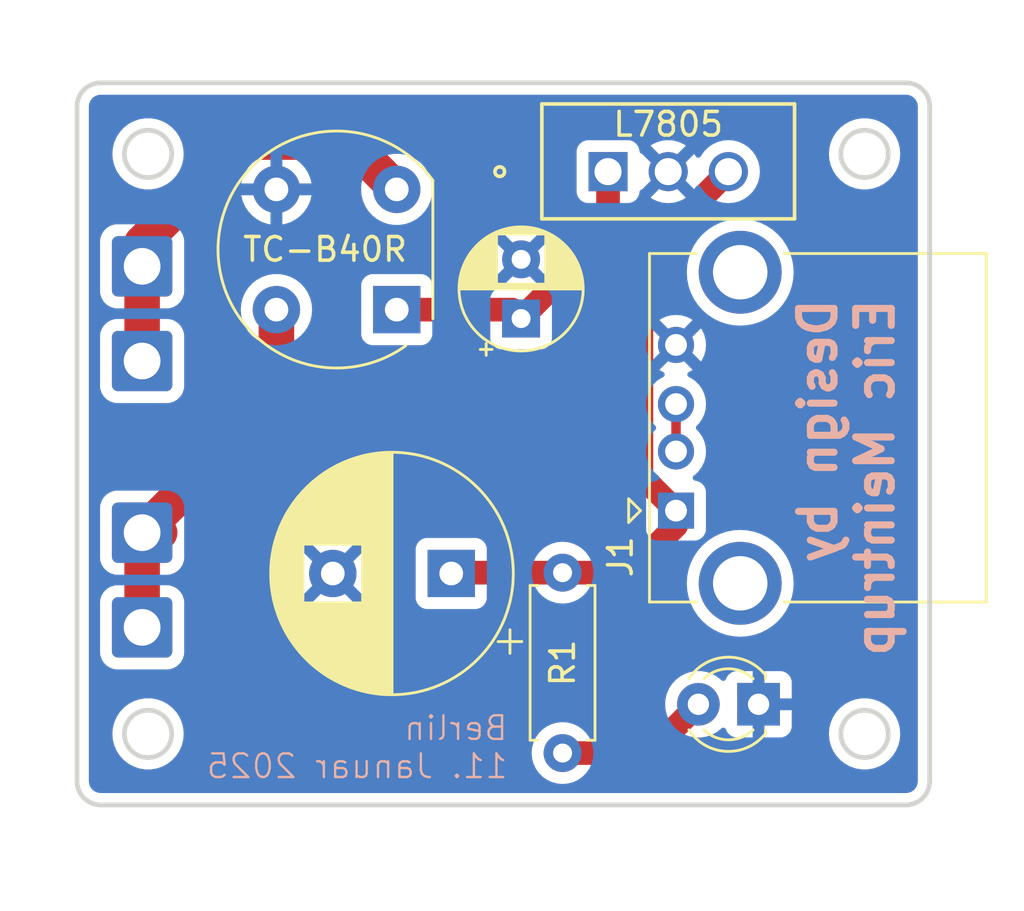
<source format=kicad_pcb>
(kicad_pcb (version 20240108) (generator "pcbnew") (generator_version "8.0")
  (layers (0 "F.Cu" signal) (31 "B.Cu" signal) (34 "B.Paste" user) (35 "F.Paste" user) (36 "B.SilkS" user "B.Silkscreen") (37 "F.SilkS" user "F.Silkscreen") (38 "B.Mask" user) (39 "F.Mask" user) (44 "Edge.Cuts" user))
  (net 0 "")
  (net 1 "GND")
  (net 2 "U_eff")
  (net 3 "5V")
  (net 5 "Net-(J1-D+)")
  (net 7 "U_dp")
  (net 8 "U_dm")
  (net 9 "Net-(D1-A)")
  (footprint "L7805CV:TO-220_STM" (layer "F.Cu") (at 148.92 86.5)
    (property "Reference" "L7805" (at 2.54 -2 0) (layer "F.SilkS"))
    (property "Value" "L7805CV" (hide yes))
    (fp_line (start -2.794 -2.8575) (end -2.794 1.9939) (stroke (width 0.1524)) (layer "F.SilkS"))
    (fp_line (start -2.794 1.9939) (end 7.874 1.9939) (stroke (width 0.1524)) (layer "F.SilkS"))
    (fp_line (start 7.874 -2.8575) (end -2.794 -2.8575) (stroke (width 0.1524)) (layer "F.SilkS"))
    (fp_line (start 7.874 1.9939) (end 7.874 -2.8575) (stroke (width 0.1524)) (layer "F.SilkS"))
    (fp_circle (center -4.572 0) (end -4.3688 0) (stroke (width 0.1524)) (fill none) (layer "F.SilkS"))
    (pad "1" thru_hole rect (at 0 0) (size 1.651 1.651) (drill 1.143) (layers "*.Cu" "*.Mask") (net 2 "U_eff"))
    (pad "2" thru_hole circle (at 2.54 0) (size 1.651 1.651) (drill 1.143) (layers "*.Cu" "*.Mask") (net 1 "GND"))
    (pad "3" thru_hole circle (at 5.08 0) (size 1.651 1.651) (drill 1.143) (layers "*.Cu" "*.Mask") (net 3 "5V"))
  )
  (footprint "Connector_Wire:SolderWire-0.75sqmm_1x01_D1.25mm_OD2.3mm" (layer "F.Cu") (at 129.25 105.75)
    (property "Reference" "H7" (hide yes))
    (property "Value" "MountingHole_Pad" (hide yes))
    (pad "1" thru_hole roundrect (at 0 0) (size 2.55 2.55) (drill 1.55) (layers "*.Cu" "*.Mask") (roundrect_rratio 0.098039) (net 7 "U_dp"))
  )
  (footprint "Capacitor_THT:CP_Radial_D10.0mm_P5.00mm" (layer "F.Cu") (at 142.3 103.475 180)
    (property "Reference" "Cout1" (hide yes))
    (property "Value" "1000uF" (hide yes))
    (fp_line (start 7.581 -0.599) (end 7.581 0.599) (stroke (width 0.12)) (layer "F.SilkS"))
    (fp_line (start 7.541 -0.862) (end 7.541 0.862) (stroke (width 0.12)) (layer "F.SilkS"))
    (fp_line (start 7.501 -1.062) (end 7.501 1.062) (stroke (width 0.12)) (layer "F.SilkS"))
    (fp_line (start 7.461 -1.23) (end 7.461 1.23) (stroke (width 0.12)) (layer "F.SilkS"))
    (fp_line (start 7.421 -1.378) (end 7.421 1.378) (stroke (width 0.12)) (layer "F.SilkS"))
    (fp_line (start 7.381 -1.51) (end 7.381 1.51) (stroke (width 0.12)) (layer "F.SilkS"))
    (fp_line (start 7.341 -1.63) (end 7.341 1.63) (stroke (width 0.12)) (layer "F.SilkS"))
    (fp_line (start 7.301 -1.742) (end 7.301 1.742) (stroke (width 0.12)) (layer "F.SilkS"))
    (fp_line (start 7.261 -1.846) (end 7.261 1.846) (stroke (width 0.12)) (layer "F.SilkS"))
    (fp_line (start 7.221 -1.944) (end 7.221 1.944) (stroke (width 0.12)) (layer "F.SilkS"))
    (fp_line (start 7.181 -2.037) (end 7.181 2.037) (stroke (width 0.12)) (layer "F.SilkS"))
    (fp_line (start 7.141 -2.125) (end 7.141 2.125) (stroke (width 0.12)) (layer "F.SilkS"))
    (fp_line (start 7.101 -2.209) (end 7.101 2.209) (stroke (width 0.12)) (layer "F.SilkS"))
    (fp_line (start 7.061 -2.289) (end 7.061 2.289) (stroke (width 0.12)) (layer "F.SilkS"))
    (fp_line (start 7.021 -2.365) (end 7.021 2.365) (stroke (width 0.12)) (layer "F.SilkS"))
    (fp_line (start 6.981 -2.439) (end 6.981 2.439) (stroke (width 0.12)) (layer "F.SilkS"))
    (fp_line (start 6.941 -2.51) (end 6.941 2.51) (stroke (width 0.12)) (layer "F.SilkS"))
    (fp_line (start 6.901 -2.579) (end 6.901 2.579) (stroke (width 0.12)) (layer "F.SilkS"))
    (fp_line (start 6.861 -2.645) (end 6.861 2.645) (stroke (width 0.12)) (layer "F.SilkS"))
    (fp_line (start 6.821 -2.709) (end 6.821 2.709) (stroke (width 0.12)) (layer "F.SilkS"))
    (fp_line (start 6.781 -2.77) (end 6.781 2.77) (stroke (width 0.12)) (layer "F.SilkS"))
    (fp_line (start 6.741 -2.83) (end 6.741 2.83) (stroke (width 0.12)) (layer "F.SilkS"))
    (fp_line (start 6.701 -2.889) (end 6.701 2.889) (stroke (width 0.12)) (layer "F.SilkS"))
    (fp_line (start 6.661 -2.945) (end 6.661 2.945) (stroke (width 0.12)) (layer "F.SilkS"))
    (fp_line (start 6.621 -3) (end 6.621 3) (stroke (width 0.12)) (layer "F.SilkS"))
    (fp_line (start 6.581 -3.054) (end 6.581 3.054) (stroke (width 0.12)) (layer "F.SilkS"))
    (fp_line (start 6.541 -3.106) (end 6.541 3.106) (stroke (width 0.12)) (layer "F.SilkS"))
    (fp_line (start 6.501 -3.156) (end 6.501 3.156) (stroke (width 0.12)) (layer "F.SilkS"))
    (fp_line (start 6.461 -3.206) (end 6.461 3.206) (stroke (width 0.12)) (layer "F.SilkS"))
    (fp_line (start 6.421 -3.254) (end 6.421 3.254) (stroke (width 0.12)) (layer "F.SilkS"))
    (fp_line (start 6.381 -3.301) (end 6.381 3.301) (stroke (width 0.12)) (layer "F.SilkS"))
    (fp_line (start 6.341 -3.347) (end 6.341 3.347) (stroke (width 0.12)) (layer "F.SilkS"))
    (fp_line (start 6.301 -3.392) (end 6.301 3.392) (stroke (width 0.12)) (layer "F.SilkS"))
    (fp_line (start 6.261 -3.436) (end 6.261 3.436) (stroke (width 0.12)) (layer "F.SilkS"))
    (fp_line (start 6.221 1.241) (end 6.221 3.478) (stroke (width 0.12)) (layer "F.SilkS"))
    (fp_line (start 6.221 -3.478) (end 6.221 -1.241) (stroke (width 0.12)) (layer "F.SilkS"))
    (fp_line (start 6.181 1.241) (end 6.181 3.52) (stroke (width 0.12)) (layer "F.SilkS"))
    (fp_line (start 6.181 -3.52) (end 6.181 -1.241) (stroke (width 0.12)) (layer "F.SilkS"))
    (fp_line (start 6.141 1.241) (end 6.141 3.561) (stroke (width 0.12)) (layer "F.SilkS"))
    (fp_line (start 6.141 -3.561) (end 6.141 -1.241) (stroke (width 0.12)) (layer "F.SilkS"))
    (fp_line (start 6.101 1.241) (end 6.101 3.601) (stroke (width 0.12)) (layer "F.SilkS"))
    (fp_line (start 6.101 -3.601) (end 6.101 -1.241) (stroke (width 0.12)) (layer "F.SilkS"))
    (fp_line (start 6.061 1.241) (end 6.061 3.64) (stroke (width 0.12)) (layer "F.SilkS"))
    (fp_line (start 6.061 -3.64) (end 6.061 -1.241) (stroke (width 0.12)) (layer "F.SilkS"))
    (fp_line (start 6.021 1.241) (end 6.021 3.679) (stroke (width 0.12)) (layer "F.SilkS"))
    (fp_line (start 6.021 -3.679) (end 6.021 -1.241) (stroke (width 0.12)) (layer "F.SilkS"))
    (fp_line (start 5.981 1.241) (end 5.981 3.716) (stroke (width 0.12)) (layer "F.SilkS"))
    (fp_line (start 5.981 -3.716) (end 5.981 -1.241) (stroke (width 0.12)) (layer "F.SilkS"))
    (fp_line (start 5.941 1.241) (end 5.941 3.753) (stroke (width 0.12)) (layer "F.SilkS"))
    (fp_line (start 5.941 -3.753) (end 5.941 -1.241) (stroke (width 0.12)) (layer "F.SilkS"))
    (fp_line (start 5.901 1.241) (end 5.901 3.789) (stroke (width 0.12)) (layer "F.SilkS"))
    (fp_line (start 5.901 -3.789) (end 5.901 -1.241) (stroke (width 0.12)) (layer "F.SilkS"))
    (fp_line (start 5.861 1.241) (end 5.861 3.824) (stroke (width 0.12)) (layer "F.SilkS"))
    (fp_line (start 5.861 -3.824) (end 5.861 -1.241) (stroke (width 0.12)) (layer "F.SilkS"))
    (fp_line (start 5.821 1.241) (end 5.821 3.858) (stroke (width 0.12)) (layer "F.SilkS"))
    (fp_line (start 5.821 -3.858) (end 5.821 -1.241) (stroke (width 0.12)) (layer "F.SilkS"))
    (fp_line (start 5.781 1.241) (end 5.781 3.892) (stroke (width 0.12)) (layer "F.SilkS"))
    (fp_line (start 5.781 -3.892) (end 5.781 -1.241) (stroke (width 0.12)) (layer "F.SilkS"))
    (fp_line (start 5.741 1.241) (end 5.741 3.925) (stroke (width 0.12)) (layer "F.SilkS"))
    (fp_line (start 5.741 -3.925) (end 5.741 -1.241) (stroke (width 0.12)) (layer "F.SilkS"))
    (fp_line (start 5.701 1.241) (end 5.701 3.957) (stroke (width 0.12)) (layer "F.SilkS"))
    (fp_line (start 5.701 -3.957) (end 5.701 -1.241) (stroke (width 0.12)) (layer "F.SilkS"))
    (fp_line (start 5.661 1.241) (end 5.661 3.989) (stroke (width 0.12)) (layer "F.SilkS"))
    (fp_line (start 5.661 -3.989) (end 5.661 -1.241) (stroke (width 0.12)) (layer "F.SilkS"))
    (fp_line (start 5.621 1.241) (end 5.621 4.02) (stroke (width 0.12)) (layer "F.SilkS"))
    (fp_line (start 5.621 -4.02) (end 5.621 -1.241) (stroke (width 0.12)) (layer "F.SilkS"))
    (fp_line (start 5.581 1.241) (end 5.581 4.05) (stroke (width 0.12)) (layer "F.SilkS"))
    (fp_line (start 5.581 -4.05) (end 5.581 -1.241) (stroke (width 0.12)) (layer "F.SilkS"))
    (fp_line (start 5.541 1.241) (end 5.541 4.08) (stroke (width 0.12)) (layer "F.SilkS"))
    (fp_line (start 5.541 -4.08) (end 5.541 -1.241) (stroke (width 0.12)) (layer "F.SilkS"))
    (fp_line (start 5.501 1.241) (end 5.501 4.11) (stroke (width 0.12)) (layer "F.SilkS"))
    (fp_line (start 5.501 -4.11) (end 5.501 -1.241) (stroke (width 0.12)) (layer "F.SilkS"))
    (fp_line (start 5.461 1.241) (end 5.461 4.138) (stroke (width 0.12)) (layer "F.SilkS"))
    (fp_line (start 5.461 -4.138) (end 5.461 -1.241) (stroke (width 0.12)) (layer "F.SilkS"))
    (fp_line (start 5.421 1.241) (end 5.421 4.166) (stroke (width 0.12)) (layer "F.SilkS"))
    (fp_line (start 5.421 -4.166) (end 5.421 -1.241) (stroke (width 0.12)) (layer "F.SilkS"))
    (fp_line (start 5.381 1.241) (end 5.381 4.194) (stroke (width 0.12)) (layer "F.SilkS"))
    (fp_line (start 5.381 -4.194) (end 5.381 -1.241) (stroke (width 0.12)) (layer "F.SilkS"))
    (fp_line (start 5.341 1.241) (end 5.341 4.221) (stroke (width 0.12)) (layer "F.SilkS"))
    (fp_line (start 5.341 -4.221) (end 5.341 -1.241) (stroke (width 0.12)) (layer "F.SilkS"))
    (fp_line (start 5.301 1.241) (end 5.301 4.247) (stroke (width 0.12)) (layer "F.SilkS"))
    (fp_line (start 5.301 -4.247) (end 5.301 -1.241) (stroke (width 0.12)) (layer "F.SilkS"))
    (fp_line (start 5.261 1.241) (end 5.261 4.273) (stroke (width 0.12)) (layer "F.SilkS"))
    (fp_line (start 5.261 -4.273) (end 5.261 -1.241) (stroke (width 0.12)) (layer "F.SilkS"))
    (fp_line (start 5.221 1.241) (end 5.221 4.298) (stroke (width 0.12)) (layer "F.SilkS"))
    (fp_line (start 5.221 -4.298) (end 5.221 -1.241) (stroke (width 0.12)) (layer "F.SilkS"))
    (fp_line (start 5.181 1.241) (end 5.181 4.323) (stroke (width 0.12)) (layer "F.SilkS"))
    (fp_line (start 5.181 -4.323) (end 5.181 -1.241) (stroke (width 0.12)) (layer "F.SilkS"))
    (fp_line (start 5.141 1.241) (end 5.141 4.347) (stroke (width 0.12)) (layer "F.SilkS"))
    (fp_line (start 5.141 -4.347) (end 5.141 -1.241) (stroke (width 0.12)) (layer "F.SilkS"))
    (fp_line (start 5.101 1.241) (end 5.101 4.371) (stroke (width 0.12)) (layer "F.SilkS"))
    (fp_line (start 5.101 -4.371) (end 5.101 -1.241) (stroke (width 0.12)) (layer "F.SilkS"))
    (fp_line (start 5.061 1.241) (end 5.061 4.395) (stroke (width 0.12)) (layer "F.SilkS"))
    (fp_line (start 5.061 -4.395) (end 5.061 -1.241) (stroke (width 0.12)) (layer "F.SilkS"))
    (fp_line (start 5.021 1.241) (end 5.021 4.417) (stroke (width 0.12)) (layer "F.SilkS"))
    (fp_line (start 5.021 -4.417) (end 5.021 -1.241) (stroke (width 0.12)) (layer "F.SilkS"))
    (fp_line (start 4.981 1.241) (end 4.981 4.44) (stroke (width 0.12)) (layer "F.SilkS"))
    (fp_line (start 4.981 -4.44) (end 4.981 -1.241) (stroke (width 0.12)) (layer "F.SilkS"))
    (fp_line (start 4.941 1.241) (end 4.941 4.462) (stroke (width 0.12)) (layer "F.SilkS"))
    (fp_line (start 4.941 -4.462) (end 4.941 -1.241) (stroke (width 0.12)) (layer "F.SilkS"))
    (fp_line (start 4.901 1.241) (end 4.901 4.483) (stroke (width 0.12)) (layer "F.SilkS"))
    (fp_line (start 4.901 -4.483) (end 4.901 -1.241) (stroke (width 0.12)) (layer "F.SilkS"))
    (fp_line (start 4.861 1.241) (end 4.861 4.504) (stroke (width 0.12)) (layer "F.SilkS"))
    (fp_line (start 4.861 -4.504) (end 4.861 -1.241) (stroke (width 0.12)) (layer "F.SilkS"))
    (fp_line (start 4.821 1.241) (end 4.821 4.525) (stroke (width 0.12)) (layer "F.SilkS"))
    (fp_line (start 4.821 -4.525) (end 4.821 -1.241) (stroke (width 0.12)) (layer "F.SilkS"))
    (fp_line (start 4.781 1.241) (end 4.781 4.545) (stroke (width 0.12)) (layer "F.SilkS"))
    (fp_line (start 4.781 -4.545) (end 4.781 -1.241) (stroke (width 0.12)) (layer "F.SilkS"))
    (fp_line (start 4.741 1.241) (end 4.741 4.564) (stroke (width 0.12)) (layer "F.SilkS"))
    (fp_line (start 4.741 -4.564) (end 4.741 -1.241) (stroke (width 0.12)) (layer "F.SilkS"))
    (fp_line (start 4.701 1.241) (end 4.701 4.584) (stroke (width 0.12)) (layer "F.SilkS"))
    (fp_line (start 4.701 -4.584) (end 4.701 -1.241) (stroke (width 0.12)) (layer "F.SilkS"))
    (fp_line (start 4.661 1.241) (end 4.661 4.603) (stroke (width 0.12)) (layer "F.SilkS"))
    (fp_line (start 4.661 -4.603) (end 4.661 -1.241) (stroke (width 0.12)) (layer "F.SilkS"))
    (fp_line (start 4.621 1.241) (end 4.621 4.621) (stroke (width 0.12)) (layer "F.SilkS"))
    (fp_line (start 4.621 -4.621) (end 4.621 -1.241) (stroke (width 0.12)) (layer "F.SilkS"))
    (fp_line (start 4.581 1.241) (end 4.581 4.639) (stroke (width 0.12)) (layer "F.SilkS"))
    (fp_line (start 4.581 -4.639) (end 4.581 -1.241) (stroke (width 0.12)) (layer "F.SilkS"))
    (fp_line (start 4.541 1.241) (end 4.541 4.657) (stroke (width 0.12)) (layer "F.SilkS"))
    (fp_line (start 4.541 -4.657) (end 4.541 -1.241) (stroke (width 0.12)) (layer "F.SilkS"))
    (fp_line (start 4.501 1.241) (end 4.501 4.674) (stroke (width 0.12)) (layer "F.SilkS"))
    (fp_line (start 4.501 -4.674) (end 4.501 -1.241) (stroke (width 0.12)) (layer "F.SilkS"))
    (fp_line (start 4.461 1.241) (end 4.461 4.69) (stroke (width 0.12)) (layer "F.SilkS"))
    (fp_line (start 4.461 -4.69) (end 4.461 -1.241) (stroke (width 0.12)) (layer "F.SilkS"))
    (fp_line (start 4.421 1.241) (end 4.421 4.707) (stroke (width 0.12)) (layer "F.SilkS"))
    (fp_line (start 4.421 -4.707) (end 4.421 -1.241) (stroke (width 0.12)) (layer "F.SilkS"))
    (fp_line (start 4.381 1.241) (end 4.381 4.723) (stroke (width 0.12)) (layer "F.SilkS"))
    (fp_line (start 4.381 -4.723) (end 4.381 -1.241) (stroke (width 0.12)) (layer "F.SilkS"))
    (fp_line (start 4.341 1.241) (end 4.341 4.738) (stroke (width 0.12)) (layer "F.SilkS"))
    (fp_line (start 4.341 -4.738) (end 4.341 -1.241) (stroke (width 0.12)) (layer "F.SilkS"))
    (fp_line (start 4.301 1.241) (end 4.301 4.754) (stroke (width 0.12)) (layer "F.SilkS"))
    (fp_line (start 4.301 -4.754) (end 4.301 -1.241) (stroke (width 0.12)) (layer "F.SilkS"))
    (fp_line (start 4.261 1.241) (end 4.261 4.768) (stroke (width 0.12)) (layer "F.SilkS"))
    (fp_line (start 4.261 -4.768) (end 4.261 -1.241) (stroke (width 0.12)) (layer "F.SilkS"))
    (fp_line (start 4.221 1.241) (end 4.221 4.783) (stroke (width 0.12)) (layer "F.SilkS"))
    (fp_line (start 4.221 -4.783) (end 4.221 -1.241) (stroke (width 0.12)) (layer "F.SilkS"))
    (fp_line (start 4.181 1.241) (end 4.181 4.797) (stroke (width 0.12)) (layer "F.SilkS"))
    (fp_line (start 4.181 -4.797) (end 4.181 -1.241) (stroke (width 0.12)) (layer "F.SilkS"))
    (fp_line (start 4.141 1.241) (end 4.141 4.811) (stroke (width 0.12)) (layer "F.SilkS"))
    (fp_line (start 4.141 -4.811) (end 4.141 -1.241) (stroke (width 0.12)) (layer "F.SilkS"))
    (fp_line (start 4.101 1.241) (end 4.101 4.824) (stroke (width 0.12)) (layer "F.SilkS"))
    (fp_line (start 4.101 -4.824) (end 4.101 -1.241) (stroke (width 0.12)) (layer "F.SilkS"))
    (fp_line (start 4.061 1.241) (end 4.061 4.837) (stroke (width 0.12)) (layer "F.SilkS"))
    (fp_line (start 4.061 -4.837) (end 4.061 -1.241) (stroke (width 0.12)) (layer "F.SilkS"))
    (fp_line (start 4.021 1.241) (end 4.021 4.85) (stroke (width 0.12)) (layer "F.SilkS"))
    (fp_line (start 4.021 -4.85) (end 4.021 -1.241) (stroke (width 0.12)) (layer "F.SilkS"))
    (fp_line (start 3.981 1.241) (end 3.981 4.862) (stroke (width 0.12)) (layer "F.SilkS"))
    (fp_line (start 3.981 -4.862) (end 3.981 -1.241) (stroke (width 0.12)) (layer "F.SilkS"))
    (fp_line (start 3.941 1.241) (end 3.941 4.874) (stroke (width 0.12)) (layer "F.SilkS"))
    (fp_line (start 3.941 -4.874) (end 3.941 -1.241) (stroke (width 0.12)) (layer "F.SilkS"))
    (fp_line (start 3.901 1.241) (end 3.901 4.885) (stroke (width 0.12)) (layer "F.SilkS"))
    (fp_line (start 3.901 -4.885) (end 3.901 -1.241) (stroke (width 0.12)) (layer "F.SilkS"))
    (fp_line (start 3.861 1.241) (end 3.861 4.897) (stroke (width 0.12)) (layer "F.SilkS"))
    (fp_line (start 3.861 -4.897) (end 3.861 -1.241) (stroke (width 0.12)) (layer "F.SilkS"))
    (fp_line (start 3.821 1.241) (end 3.821 4.907) (stroke (width 0.12)) (layer "F.SilkS"))
    (fp_line (start 3.821 -4.907) (end 3.821 -1.241) (stroke (width 0.12)) (layer "F.SilkS"))
    (fp_line (start 3.781 1.241) (end 3.781 4.918) (stroke (width 0.12)) (layer "F.SilkS"))
    (fp_line (start 3.781 -4.918) (end 3.781 -1.241) (stroke (width 0.12)) (layer "F.SilkS"))
    (fp_line (start 3.741 -4.928) (end 3.741 4.928) (stroke (width 0.12)) (layer "F.SilkS"))
    (fp_line (start 3.701 -4.938) (end 3.701 4.938) (stroke (width 0.12)) (layer "F.SilkS"))
    (fp_line (start 3.661 -4.947) (end 3.661 4.947) (stroke (width 0.12)) (layer "F.SilkS"))
    (fp_line (start 3.621 -4.956) (end 3.621 4.956) (stroke (width 0.12)) (layer "F.SilkS"))
    (fp_line (start 3.581 -4.965) (end 3.581 4.965) (stroke (width 0.12)) (layer "F.SilkS"))
    (fp_line (start 3.541 -4.974) (end 3.541 4.974) (stroke (width 0.12)) (layer "F.SilkS"))
    (fp_line (start 3.501 -4.982) (end 3.501 4.982) (stroke (width 0.12)) (layer "F.SilkS"))
    (fp_line (start 3.461 -4.99) (end 3.461 4.99) (stroke (width 0.12)) (layer "F.SilkS"))
    (fp_line (start 3.421 -4.997) (end 3.421 4.997) (stroke (width 0.12)) (layer "F.SilkS"))
    (fp_line (start 3.381 -5.004) (end 3.381 5.004) (stroke (width 0.12)) (layer "F.SilkS"))
    (fp_line (start 3.341 -5.011) (end 3.341 5.011) (stroke (width 0.12)) (layer "F.SilkS"))
    (fp_line (start 3.301 -5.018) (end 3.301 5.018) (stroke (width 0.12)) (layer "F.SilkS"))
    (fp_line (start 3.261 -5.024) (end 3.261 5.024) (stroke (width 0.12)) (layer "F.SilkS"))
    (fp_line (start 3.221 -5.03) (end 3.221 5.03) (stroke (width 0.12)) (layer "F.SilkS"))
    (fp_line (start 3.18 -5.035) (end 3.18 5.035) (stroke (width 0.12)) (layer "F.SilkS"))
    (fp_line (start 3.14 -5.04) (end 3.14 5.04) (stroke (width 0.12)) (layer "F.SilkS"))
    (fp_line (start 3.1 -5.045) (end 3.1 5.045) (stroke (width 0.12)) (layer "F.SilkS"))
    (fp_line (start 3.06 -5.05) (end 3.06 5.05) (stroke (width 0.12)) (layer "F.SilkS"))
    (fp_line (start 3.02 -5.054) (end 3.02 5.054) (stroke (width 0.12)) (layer "F.SilkS"))
    (fp_line (start 2.98 -5.058) (end 2.98 5.058) (stroke (width 0.12)) (layer "F.SilkS"))
    (fp_line (start 2.94 -5.062) (end 2.94 5.062) (stroke (width 0.12)) (layer "F.SilkS"))
    (fp_line (start 2.9 -5.065) (end 2.9 5.065) (stroke (width 0.12)) (layer "F.SilkS"))
    (fp_line (start 2.86 -5.068) (end 2.86 5.068) (stroke (width 0.12)) (layer "F.SilkS"))
    (fp_line (start 2.82 -5.07) (end 2.82 5.07) (stroke (width 0.12)) (layer "F.SilkS"))
    (fp_line (start 2.78 -5.073) (end 2.78 5.073) (stroke (width 0.12)) (layer "F.SilkS"))
    (fp_line (start 2.74 -5.075) (end 2.74 5.075) (stroke (width 0.12)) (layer "F.SilkS"))
    (fp_line (start 2.7 -5.077) (end 2.7 5.077) (stroke (width 0.12)) (layer "F.SilkS"))
    (fp_line (start 2.66 -5.078) (end 2.66 5.078) (stroke (width 0.12)) (layer "F.SilkS"))
    (fp_line (start 2.62 -5.079) (end 2.62 5.079) (stroke (width 0.12)) (layer "F.SilkS"))
    (fp_line (start 2.58 -5.08) (end 2.58 5.08) (stroke (width 0.12)) (layer "F.SilkS"))
    (fp_line (start 2.54 -5.08) (end 2.54 5.08) (stroke (width 0.12)) (layer "F.SilkS"))
    (fp_line (start 2.5 -5.08) (end 2.5 5.08) (stroke (width 0.12)) (layer "F.SilkS"))
    (fp_line (start -2.479646 -3.375) (end -2.479646 -2.375) (stroke (width 0.12)) (layer "F.SilkS"))
    (fp_line (start -2.979646 -2.875) (end -1.979646 -2.875) (stroke (width 0.12)) (layer "F.SilkS"))
    (fp_circle (center 2.5 0) (end 7.62 0) (stroke (width 0.12)) (fill none) (layer "F.SilkS"))
    (pad "1" thru_hole rect (at 0 0 180) (size 2 2) (drill 1) (layers "*.Cu" "*.Mask") (net 3 "5V"))
    (pad "2" thru_hole circle (at 5 0 180) (size 2 2) (drill 1) (layers "*.Cu" "*.Mask") (net 1 "GND"))
  )
  (footprint "Connector_USB:USB_A_CONNFLY_DS1095-WNR0" (layer "F.Cu") (at 151.79 100.82 90)
    (property "Reference" "J1" (at -1.95 -2.35 -90) (layer "F.SilkS"))
    (property "Value" "USB3_A")
    (fp_line (start 0.5 -2) (end -0.5 -2) (stroke (width 0.12)) (layer "F.SilkS"))
    (fp_line (start -0.5 -2) (end 0 -1.5) (stroke (width 0.12)) (layer "F.SilkS"))
    (fp_line (start 0 -1.5) (end 0.5 -2) (stroke (width 0.12)) (layer "F.SilkS"))
    (fp_line (start -3.86 -1.12) (end 10.86 -1.12) (stroke (width 0.12)) (layer "F.SilkS"))
    (fp_line (start -3.86 -1.12) (end -3.86 0.86) (stroke (width 0.12)) (layer "F.SilkS"))
    (fp_line (start 10.86 0.86) (end 10.86 -1.12) (stroke (width 0.12)) (layer "F.SilkS"))
    (fp_line (start 10.86 4.56) (end 10.86 13.1) (stroke (width 0.12)) (layer "F.SilkS"))
    (fp_line (start -3.86 4.56) (end -3.86 13.1) (stroke (width 0.12)) (layer "F.SilkS"))
    (fp_line (start -3.86 13.1) (end 10.86 13.1) (stroke (width 0.12)) (layer "F.SilkS"))
    (pad "1" thru_hole rect (at 0 0 90) (size 1.524 1.524) (drill 0.92) (layers "*.Cu" "*.Mask") (net 3 "5V"))
    (pad "2" thru_hole circle (at 2.5 0 90) (size 1.524 1.524) (drill 0.92) (layers "*.Cu" "*.Mask") (net 5 "Net-(J1-D+)"))
    (pad "3" thru_hole circle (at 4.5 0 90) (size 1.524 1.524) (drill 0.92) (layers "*.Cu" "*.Mask") (net 5 "Net-(J1-D+)"))
    (pad "4" thru_hole circle (at 7 0 90) (size 1.524 1.524) (drill 0.92) (layers "*.Cu" "*.Mask") (net 1 "GND"))
    (pad "5" thru_hole circle (at -3.07 2.71 90) (size 3.5 3.5) (drill 2.3) (layers "*.Cu" "*.Mask"))
    (pad "5" thru_hole circle (at 10.07 2.71 90) (size 3.5 3.5) (drill 2.3) (layers "*.Cu" "*.Mask"))
  )
  (footprint "Connector_Wire:SolderWire-0.75sqmm_1x01_D1.25mm_OD2.3mm" (layer "F.Cu") (at 129.25 94.5)
    (property "Reference" "H8" (hide yes))
    (property "Value" "MountingHole_Pad" (hide yes))
    (pad "1" thru_hole roundrect (at 0 0) (size 2.55 2.55) (drill 1.55) (layers "*.Cu" "*.Mask") (roundrect_rratio 0.098039) (net 8 "U_dm"))
  )
  (footprint "LED_THT:LED_D3.0mm_IRBlack" (layer "F.Cu") (at 155.275 109 180)
    (property "Reference" "D1" (hide yes))
    (property "Value" "LED" (hide yes))
    (fp_line (start -0.29 1.08) (end -0.29 1.236) (stroke (width 0.12)) (layer "F.SilkS"))
    (fp_line (start -0.29 -1.236) (end -0.29 -1.08) (stroke (width 0.12)) (layer "F.SilkS"))
    (fp_arc (start 2.942335 1.078608) (mid 1.366487 1.987659) (end -0.29 1.235516) (stroke (width 0.12)) (layer "F.SilkS"))
    (fp_arc (start 2.31113 1.079837) (mid 1.270117 1.5) (end 0.229039 1.08) (stroke (width 0.12)) (layer "F.SilkS"))
    (fp_arc (start 0.229039 -1.08) (mid 1.270117 -1.5) (end 2.31113 -1.079837) (stroke (width 0.12)) (layer "F.SilkS"))
    (fp_arc (start -0.29 -1.235516) (mid 1.366487 -1.987659) (end 2.942335 -1.078608) (stroke (width 0.12)) (layer "F.SilkS"))
    (pad "1" thru_hole rect (at 0 0 180) (size 1.8 1.8) (drill 0.9) (layers "*.Cu" "*.Mask") (net 1 "GND"))
    (pad "2" thru_hole circle (at 2.54 0 180) (size 1.8 1.8) (drill 0.9) (layers "*.Cu" "*.Mask") (net 9 "Net-(D1-A)"))
  )
  (footprint "Capacitor_THT:CP_Radial_D5.0mm_P2.50mm" (layer "F.Cu") (at 145.25 92.705113 90)
    (property "Reference" "Cout3" (hide yes))
    (property "Value" "100uF" (hide yes))
    (fp_line (start 1.29 -2.58) (end 1.29 2.58) (stroke (width 0.12)) (layer "F.SilkS"))
    (fp_line (start 1.25 -2.58) (end 1.25 2.58) (stroke (width 0.12)) (layer "F.SilkS"))
    (fp_line (start 1.33 -2.579) (end 1.33 2.579) (stroke (width 0.12)) (layer "F.SilkS"))
    (fp_line (start 1.37 -2.578) (end 1.37 2.578) (stroke (width 0.12)) (layer "F.SilkS"))
    (fp_line (start 1.41 -2.576) (end 1.41 2.576) (stroke (width 0.12)) (layer "F.SilkS"))
    (fp_line (start 1.45 -2.573) (end 1.45 2.573) (stroke (width 0.12)) (layer "F.SilkS"))
    (fp_line (start 1.49 -2.569) (end 1.49 -1.04) (stroke (width 0.12)) (layer "F.SilkS"))
    (fp_line (start 1.53 -2.565) (end 1.53 -1.04) (stroke (width 0.12)) (layer "F.SilkS"))
    (fp_line (start 1.57 -2.561) (end 1.57 -1.04) (stroke (width 0.12)) (layer "F.SilkS"))
    (fp_line (start 1.61 -2.556) (end 1.61 -1.04) (stroke (width 0.12)) (layer "F.SilkS"))
    (fp_line (start 1.65 -2.55) (end 1.65 -1.04) (stroke (width 0.12)) (layer "F.SilkS"))
    (fp_line (start 1.69 -2.543) (end 1.69 -1.04) (stroke (width 0.12)) (layer "F.SilkS"))
    (fp_line (start 1.73 -2.536) (end 1.73 -1.04) (stroke (width 0.12)) (layer "F.SilkS"))
    (fp_line (start 1.77 -2.528) (end 1.77 -1.04) (stroke (width 0.12)) (layer "F.SilkS"))
    (fp_line (start 1.81 -2.52) (end 1.81 -1.04) (stroke (width 0.12)) (layer "F.SilkS"))
    (fp_line (start 1.85 -2.511) (end 1.85 -1.04) (stroke (width 0.12)) (layer "F.SilkS"))
    (fp_line (start 1.89 -2.501) (end 1.89 -1.04) (stroke (width 0.12)) (layer "F.SilkS"))
    (fp_line (start 1.93 -2.491) (end 1.93 -1.04) (stroke (width 0.12)) (layer "F.SilkS"))
    (fp_line (start 1.971 -2.48) (end 1.971 -1.04) (stroke (width 0.12)) (layer "F.SilkS"))
    (fp_line (start 2.011 -2.468) (end 2.011 -1.04) (stroke (width 0.12)) (layer "F.SilkS"))
    (fp_line (start 2.051 -2.455) (end 2.051 -1.04) (stroke (width 0.12)) (layer "F.SilkS"))
    (fp_line (start 2.091 -2.442) (end 2.091 -1.04) (stroke (width 0.12)) (layer "F.SilkS"))
    (fp_line (start 2.131 -2.428) (end 2.131 -1.04) (stroke (width 0.12)) (layer "F.SilkS"))
    (fp_line (start 2.171 -2.414) (end 2.171 -1.04) (stroke (width 0.12)) (layer "F.SilkS"))
    (fp_line (start 2.211 -2.398) (end 2.211 -1.04) (stroke (width 0.12)) (layer "F.SilkS"))
    (fp_line (start 2.251 -2.382) (end 2.251 -1.04) (stroke (width 0.12)) (layer "F.SilkS"))
    (fp_line (start 2.291 -2.365) (end 2.291 -1.04) (stroke (width 0.12)) (layer "F.SilkS"))
    (fp_line (start 2.331 -2.348) (end 2.331 -1.04) (stroke (width 0.12)) (layer "F.SilkS"))
    (fp_line (start 2.371 -2.329) (end 2.371 -1.04) (stroke (width 0.12)) (layer "F.SilkS"))
    (fp_line (start 2.411 -2.31) (end 2.411 -1.04) (stroke (width 0.12)) (layer "F.SilkS"))
    (fp_line (start 2.451 -2.29) (end 2.451 -1.04) (stroke (width 0.12)) (layer "F.SilkS"))
    (fp_line (start 2.491 -2.268) (end 2.491 -1.04) (stroke (width 0.12)) (layer "F.SilkS"))
    (fp_line (start 2.531 -2.247) (end 2.531 -1.04) (stroke (width 0.12)) (layer "F.SilkS"))
    (fp_line (start 2.571 -2.224) (end 2.571 -1.04) (stroke (width 0.12)) (layer "F.SilkS"))
    (fp_line (start 2.611 -2.2) (end 2.611 -1.04) (stroke (width 0.12)) (layer "F.SilkS"))
    (fp_line (start 2.651 -2.175) (end 2.651 -1.04) (stroke (width 0.12)) (layer "F.SilkS"))
    (fp_line (start 2.691 -2.149) (end 2.691 -1.04) (stroke (width 0.12)) (layer "F.SilkS"))
    (fp_line (start 2.731 -2.122) (end 2.731 -1.04) (stroke (width 0.12)) (layer "F.SilkS"))
    (fp_line (start 2.771 -2.095) (end 2.771 -1.04) (stroke (width 0.12)) (layer "F.SilkS"))
    (fp_line (start 2.811 -2.065) (end 2.811 -1.04) (stroke (width 0.12)) (layer "F.SilkS"))
    (fp_line (start 2.851 -2.035) (end 2.851 -1.04) (stroke (width 0.12)) (layer "F.SilkS"))
    (fp_line (start 2.891 -2.004) (end 2.891 -1.04) (stroke (width 0.12)) (layer "F.SilkS"))
    (fp_line (start 2.931 -1.971) (end 2.931 -1.04) (stroke (width 0.12)) (layer "F.SilkS"))
    (fp_line (start 2.971 -1.937) (end 2.971 -1.04) (stroke (width 0.12)) (layer "F.SilkS"))
    (fp_line (start 3.011 -1.901) (end 3.011 -1.04) (stroke (width 0.12)) (layer "F.SilkS"))
    (fp_line (start 3.051 -1.864) (end 3.051 -1.04) (stroke (width 0.12)) (layer "F.SilkS"))
    (fp_line (start 3.091 -1.826) (end 3.091 -1.04) (stroke (width 0.12)) (layer "F.SilkS"))
    (fp_line (start 3.131 -1.785) (end 3.131 -1.04) (stroke (width 0.12)) (layer "F.SilkS"))
    (fp_line (start 3.171 -1.743) (end 3.171 -1.04) (stroke (width 0.12)) (layer "F.SilkS"))
    (fp_line (start -1.304775 -1.725) (end -1.304775 -1.225) (stroke (width 0.12)) (layer "F.SilkS"))
    (fp_line (start 3.211 -1.699) (end 3.211 -1.04) (stroke (width 0.12)) (layer "F.SilkS"))
    (fp_line (start 3.251 -1.653) (end 3.251 -1.04) (stroke (width 0.12)) (layer "F.SilkS"))
    (fp_line (start 3.291 -1.605) (end 3.291 -1.04) (stroke (width 0.12)) (layer "F.SilkS"))
    (fp_line (start 3.331 -1.554) (end 3.331 -1.04) (stroke (width 0.12)) (layer "F.SilkS"))
    (fp_line (start 3.371 -1.5) (end 3.371 -1.04) (stroke (width 0.12)) (layer "F.SilkS"))
    (fp_line (start -1.554775 -1.475) (end -1.054775 -1.475) (stroke (width 0.12)) (layer "F.SilkS"))
    (fp_line (start 3.411 -1.443) (end 3.411 -1.04) (stroke (width 0.12)) (layer "F.SilkS"))
    (fp_line (start 3.451 -1.383) (end 3.451 -1.04) (stroke (width 0.12)) (layer "F.SilkS"))
    (fp_line (start 3.491 -1.319) (end 3.491 -1.04) (stroke (width 0.12)) (layer "F.SilkS"))
    (fp_line (start 3.531 -1.251) (end 3.531 -1.04) (stroke (width 0.12)) (layer "F.SilkS"))
    (fp_line (start 3.571 -1.178) (end 3.571 1.178) (stroke (width 0.12)) (layer "F.SilkS"))
    (fp_line (start 3.611 -1.098) (end 3.611 1.098) (stroke (width 0.12)) (layer "F.SilkS"))
    (fp_line (start 3.651 -1.011) (end 3.651 1.011) (stroke (width 0.12)) (layer "F.SilkS"))
    (fp_line (start 3.691 -0.915) (end 3.691 0.915) (stroke (width 0.12)) (layer "F.SilkS"))
    (fp_line (start 3.731 -0.805) (end 3.731 0.805) (stroke (width 0.12)) (layer "F.SilkS"))
    (fp_line (start 3.771 -0.677) (end 3.771 0.677) (stroke (width 0.12)) (layer "F.SilkS"))
    (fp_line (start 3.811 -0.518) (end 3.811 0.518) (stroke (width 0.12)) (layer "F.SilkS"))
    (fp_line (start 3.851 -0.284) (end 3.851 0.284) (stroke (width 0.12)) (layer "F.SilkS"))
    (fp_line (start 3.531 1.04) (end 3.531 1.251) (stroke (width 0.12)) (layer "F.SilkS"))
    (fp_line (start 3.491 1.04) (end 3.491 1.319) (stroke (width 0.12)) (layer "F.SilkS"))
    (fp_line (start 3.451 1.04) (end 3.451 1.383) (stroke (width 0.12)) (layer "F.SilkS"))
    (fp_line (start 3.411 1.04) (end 3.411 1.443) (stroke (width 0.12)) (layer "F.SilkS"))
    (fp_line (start 3.371 1.04) (end 3.371 1.5) (stroke (width 0.12)) (layer "F.SilkS"))
    (fp_line (start 3.331 1.04) (end 3.331 1.554) (stroke (width 0.12)) (layer "F.SilkS"))
    (fp_line (start 3.291 1.04) (end 3.291 1.605) (stroke (width 0.12)) (layer "F.SilkS"))
    (fp_line (start 3.251 1.04) (end 3.251 1.653) (stroke (width 0.12)) (layer "F.SilkS"))
    (fp_line (start 3.211 1.04) (end 3.211 1.699) (stroke (width 0.12)) (layer "F.SilkS"))
    (fp_line (start 3.171 1.04) (end 3.171 1.743) (stroke (width 0.12)) (layer "F.SilkS"))
    (fp_line (start 3.131 1.04) (end 3.131 1.785) (stroke (width 0.12)) (layer "F.SilkS"))
    (fp_line (start 3.091 1.04) (end 3.091 1.826) (stroke (width 0.12)) (layer "F.SilkS"))
    (fp_line (start 3.051 1.04) (end 3.051 1.864) (stroke (width 0.12)) (layer "F.SilkS"))
    (fp_line (start 3.011 1.04) (end 3.011 1.901) (stroke (width 0.12)) (layer "F.SilkS"))
    (fp_line (start 2.971 1.04) (end 2.971 1.937) (stroke (width 0.12)) (layer "F.SilkS"))
    (fp_line (start 2.931 1.04) (end 2.931 1.971) (stroke (width 0.12)) (layer "F.SilkS"))
    (fp_line (start 2.891 1.04) (end 2.891 2.004) (stroke (width 0.12)) (layer "F.SilkS"))
    (fp_line (start 2.851 1.04) (end 2.851 2.035) (stroke (width 0.12)) (layer "F.SilkS"))
    (fp_line (start 2.811 1.04) (end 2.811 2.065) (stroke (width 0.12)) (layer "F.SilkS"))
    (fp_line (start 2.771 1.04) (end 2.771 2.095) (stroke (width 0.12)) (layer "F.SilkS"))
    (fp_line (start 2.731 1.04) (end 2.731 2.122) (stroke (width 0.12)) (layer "F.SilkS"))
    (fp_line (start 2.691 1.04) (end 2.691 2.149) (stroke (width 0.12)) (layer "F.SilkS"))
    (fp_line (start 2.651 1.04) (end 2.651 2.175) (stroke (width 0.12)) (layer "F.SilkS"))
    (fp_line (start 2.611 1.04) (end 2.611 2.2) (stroke (width 0.12)) (layer "F.SilkS"))
    (fp_line (start 2.571 1.04) (end 2.571 2.224) (stroke (width 0.12)) (layer "F.SilkS"))
    (fp_line (start 2.531 1.04) (end 2.531 2.247) (stroke (width 0.12)) (layer "F.SilkS"))
    (fp_line (start 2.491 1.04) (end 2.491 2.268) (stroke (width 0.12)) (layer "F.SilkS"))
    (fp_line (start 2.451 1.04) (end 2.451 2.29) (stroke (width 0.12)) (layer "F.SilkS"))
    (fp_line (start 2.411 1.04) (end 2.411 2.31) (stroke (width 0.12)) (layer "F.SilkS"))
    (fp_line (start 2.371 1.04) (end 2.371 2.329) (stroke (width 0.12)) (layer "F.SilkS"))
    (fp_line (start 2.331 1.04) (end 2.331 2.348) (stroke (width 0.12)) (layer "F.SilkS"))
    (fp_line (start 2.291 1.04) (end 2.291 2.365) (stroke (width 0.12)) (layer "F.SilkS"))
    (fp_line (start 2.251 1.04) (end 2.251 2.382) (stroke (width 0.12)) (layer "F.SilkS"))
    (fp_line (start 2.211 1.04) (end 2.211 2.398) (stroke (width 0.12)) (layer "F.SilkS"))
    (fp_line (start 2.171 1.04) (end 2.171 2.414) (stroke (width 0.12)) (layer "F.SilkS"))
    (fp_line (start 2.131 1.04) (end 2.131 2.428) (stroke (width 0.12)) (layer "F.SilkS"))
    (fp_line (start 2.091 1.04) (end 2.091 2.442) (stroke (width 0.12)) (layer "F.SilkS"))
    (fp_line (start 2.051 1.04) (end 2.051 2.455) (stroke (width 0.12)) (layer "F.SilkS"))
    (fp_line (start 2.011 1.04) (end 2.011 2.468) (stroke (width 0.12)) (layer "F.SilkS"))
    (fp_line (start 1.971 1.04) (end 1.971 2.48) (stroke (width 0.12)) (layer "F.SilkS"))
    (fp_line (start 1.93 1.04) (end 1.93 2.491) (stroke (width 0.12)) (layer "F.SilkS"))
    (fp_line (start 1.89 1.04) (end 1.89 2.501) (stroke (width 0.12)) (layer "F.SilkS"))
    (fp_line (start 1.85 1.04) (end 1.85 2.511) (stroke (width 0.12)) (layer "F.SilkS"))
    (fp_line (start 1.81 1.04) (end 1.81 2.52) (stroke (width 0.12)) (layer "F.SilkS"))
    (fp_line (start 1.77 1.04) (end 1.77 2.528) (stroke (width 0.12)) (layer "F.SilkS"))
    (fp_line (start 1.73 1.04) (end 1.73 2.536) (stroke (width 0.12)) (layer "F.SilkS"))
    (fp_line (start 1.69 1.04) (end 1.69 2.543) (stroke (width 0.12)) (layer "F.SilkS"))
    (fp_line (start 1.65 1.04) (end 1.65 2.55) (stroke (width 0.12)) (layer "F.SilkS"))
    (fp_line (start 1.61 1.04) (end 1.61 2.556) (stroke (width 0.12)) (layer "F.SilkS"))
    (fp_line (start 1.57 1.04) (end 1.57 2.561) (stroke (width 0.12)) (layer "F.SilkS"))
    (fp_line (start 1.53 1.04) (end 1.53 2.565) (stroke (width 0.12)) (layer "F.SilkS"))
    (fp_line (start 1.49 1.04) (end 1.49 2.569) (stroke (width 0.12)) (layer "F.SilkS"))
    (fp_circle (center 1.25 0) (end 3.87 0) (stroke (width 0.12)) (fill none) (layer "F.SilkS"))
    (pad "1" thru_hole rect (at 0 0 90) (size 1.6 1.6) (drill 0.8) (layers "*.Cu" "*.Mask") (net 2 "U_eff"))
    (pad "2" thru_hole circle (at 2.5 0 90) (size 1.6 1.6) (drill 0.8) (layers "*.Cu" "*.Mask") (net 1 "GND"))
  )
  (footprint "Diode_THT:Diode_Bridge_Round_D9.8mm" (layer "F.Cu") (at 140 92.33 180)
    (property "Reference" "TC-B40R" (at 3.025 2.545 180) (layer "F.SilkS"))
    (property "Value" "W01G" (hide yes))
    (fp_line (start -1.524 -0.381) (end -1.524 5.461) (stroke (width 0.12)) (layer "F.SilkS"))
    (fp_arc (start -0.381 -1.524) (mid 7.479141 3.348223) (end -1.524 5.461) (stroke (width 0.12)) (layer "F.SilkS"))
    (pad "1" thru_hole rect (at 0 0 180) (size 2 2) (drill 1) (layers "*.Cu" "*.Mask") (net 2 "U_eff"))
    (pad "2" thru_hole oval (at 0 5.08 180) (size 2 2) (drill 1) (layers "*.Cu" "*.Mask") (net 8 "U_dm"))
    (pad "3" thru_hole oval (at 5.08 5.08 180) (size 2 2) (drill 1) (layers "*.Cu" "*.Mask") (net 1 "GND"))
    (pad "4" thru_hole oval (at 5.08 0 180) (size 2 2) (drill 1) (layers "*.Cu" "*.Mask") (net 7 "U_dp"))
  )
  (footprint "Connector_Wire:SolderWire-0.75sqmm_1x01_D1.25mm_OD2.3mm" (layer "F.Cu") (at 129.25 90.5)
    (property "Reference" "H6" (hide yes))
    (property "Value" "MountingHole_Pad" (hide yes))
    (pad "1" thru_hole roundrect (at 0 0) (size 2.55 2.55) (drill 1.55) (layers "*.Cu" "*.Mask") (roundrect_rratio 0.098039) (net 8 "U_dm"))
  )
  (footprint "Connector_Wire:SolderWire-0.75sqmm_1x01_D1.25mm_OD2.3mm" (layer "F.Cu") (at 129.25 101.75)
    (property "Reference" "H5" (hide yes))
    (property "Value" "MountingHole_Pad" (hide yes))
    (pad "1" thru_hole roundrect (at 0 0) (size 2.55 2.55) (drill 1.55) (layers "*.Cu" "*.Mask") (roundrect_rratio 0.098039) (net 7 "U_dp"))
  )
  (footprint "Resistor_THT:R_Axial_DIN0207_L6.3mm_D2.5mm_P7.62mm_Horizontal" (layer "F.Cu") (at 147 103.44 -90)
    (property "Reference" "R1" (at 3.81 0 90) (layer "F.SilkS"))
    (property "Value" "10k" (hide yes))
    (fp_line (start 0.54 1.37) (end 7.08 1.37) (stroke (width 0.12)) (layer "F.SilkS"))
    (fp_line (start 7.08 1.37) (end 7.08 1.04) (stroke (width 0.12)) (layer "F.SilkS"))
    (fp_line (start 0.54 1.04) (end 0.54 1.37) (stroke (width 0.12)) (layer "F.SilkS"))
    (fp_line (start 0.54 -1.04) (end 0.54 -1.37) (stroke (width 0.12)) (layer "F.SilkS"))
    (fp_line (start 0.54 -1.37) (end 7.08 -1.37) (stroke (width 0.12)) (layer "F.SilkS"))
    (fp_line (start 7.08 -1.37) (end 7.08 -1.04) (stroke (width 0.12)) (layer "F.SilkS"))
    (pad "1" thru_hole circle (at 0 0 270) (size 1.6 1.6) (drill 0.8) (layers "*.Cu" "*.Mask") (net 3 "5V"))
    (pad "2" thru_hole oval (at 7.62 0 270) (size 1.6 1.6) (drill 0.8) (layers "*.Cu" "*.Mask") (net 9 "Net-(D1-A)"))
  )
  (gr_line (start 161.5 82.750001) (end 127.499999 82.750001) (stroke (width 0.2)) (layer "Edge.Cuts"))
  (gr_line (start 162.5 112.250001) (end 162.5 83.750001) (stroke (width 0.2)) (layer "Edge.Cuts"))
  (gr_line (start 127.499999 113.250001) (end 161.5 113.250001) (stroke (width 0.2)) (layer "Edge.Cuts"))
  (gr_arc (start 162.5 112.250001) (mid 162.207107 112.957108) (end 161.5 113.250001) (stroke (width 0.2)) (layer "Edge.Cuts"))
  (gr_line (start 126.5 83.75) (end 126.5 112.250003) (stroke (width 0.2)) (layer "Edge.Cuts"))
  (gr_circle (center 159.75 85.750001) (end 160.75 85.750001) (stroke (width 0.2)) (fill none) (layer "Edge.Cuts"))
  (gr_arc (start 126.5 83.75) (mid 126.792893 83.042894) (end 127.499999 82.750001) (stroke (width 0.2)) (layer "Edge.Cuts"))
  (gr_circle (center 129.5 85.750001) (end 130.5 85.750001) (stroke (width 0.2)) (fill none) (layer "Edge.Cuts"))
  (gr_arc (start 127.499999 113.250001) (mid 126.792893 112.957108) (end 126.5 112.250003) (stroke (width 0.2)) (layer "Edge.Cuts"))
  (gr_circle (center 129.5 110.250001) (end 130.5 110.250001) (stroke (width 0.2)) (fill none) (layer "Edge.Cuts"))
  (gr_arc (start 161.5 82.750001) (mid 162.207107 83.042894) (end 162.5 83.750001) (stroke (width 0.2)) (layer "Edge.Cuts"))
  (gr_circle (center 159.75 110.250001) (end 160.75 110.250001) (stroke (width 0.2)) (fill none) (layer "Edge.Cuts"))
  (gr_text "Berlin\n11. Januar 2025" (at 144.75 112.2 0) (layer "B.SilkS") (effects (font (size 1 1) (thickness 0.1)) (justify left bottom mirror)))
  (gr_text "Design by \nEric Meintrup" (at 161.075 91.725 90) (layer "B.SilkS") (effects (font (size 1.5 1.5) (thickness 0.3) (bold yes)) (justify left bottom mirror)))
  (segment (start 148.92 89.035113) (end 148.92 86.5) (width 1) (layer "F.Cu") (net 2))
  (segment (start 140 92.33) (end 144.874887 92.33) (width 1) (layer "F.Cu") (net 2))
  (segment (start 144.874887 92.33) (end 145.25 92.705113) (width 1) (layer "F.Cu") (net 2))
  (segment (start 145.25 92.705113) (end 148.92 89.035113) (width 1) (layer "F.Cu") (net 2))
  (segment (start 151.79 101.46) (end 149.81 103.44) (width 1) (layer "F.Cu") (net 3))
  (segment (start 150.328 99.358) (end 151.79 100.82) (width 1) (layer "F.Cu") (net 3))
  (segment (start 150.328 90.172) (end 150.328 99.358) (width 1) (layer "F.Cu") (net 3))
  (segment (start 142.335 103.44) (end 142.3 103.475) (width 1) (layer "F.Cu") (net 3))
  (segment (start 151.79 100.82) (end 151.79 101.46) (width 1) (layer "F.Cu") (net 3))
  (segment (start 147 103.44) (end 142.335 103.44) (width 1) (layer "F.Cu") (net 3))
  (segment (start 154 86.5) (end 150.328 90.172) (width 1) (layer "F.Cu") (net 3))
  (segment (start 149.81 103.44) (end 147 103.44) (width 1) (layer "F.Cu") (net 3))
  (segment (start 151.79 96.32) (end 151.79 98.32) (width 0.4) (layer "F.Cu") (net 5))
  (segment (start 134.92 96.08) (end 134.92 92.33) (width 1.5) (layer "F.Cu") (net 7))
  (segment (start 129.25 101.75) (end 129.99 101.75) (width 1.5) (layer "F.Cu") (net 7))
  (segment (start 129.25 101.75) (end 134.92 96.08) (width 1.5) (layer "F.Cu") (net 7))
  (segment (start 129.25 105.75) (end 129.25 101.75) (width 1.5) (layer "F.Cu") (net 7))
  (segment (start 129.25 90.5) (end 129.25 94.5) (width 1.5) (layer "F.Cu") (net 8))
  (segment (start 129.25 90.5) (end 129.25 89.5) (width 1.5) (layer "F.Cu") (net 8))
  (segment (start 138 85.25) (end 140 87.25) (width 1.5) (layer "F.Cu") (net 8))
  (segment (start 129.25 89.5) (end 133.5 85.25) (width 1.5) (layer "F.Cu") (net 8))
  (segment (start 133.5 85.25) (end 138 85.25) (width 1.5) (layer "F.Cu") (net 8))
  (segment (start 150.675 111.06) (end 152.735 109) (width 1) (layer "F.Cu") (net 9))
  (segment (start 147 111.06) (end 150.675 111.06) (width 1) (layer "F.Cu") (net 9))
  (zone (net 1) (net_name "GND") (layer "B.Cu") (connect_pads (clearance 0.5)) (min_thickness 0.25) (fill yes (thermal_gap 0.5) (thermal_bridge_width 0.5))
    (polygon (pts (xy 123.25 79.25) (xy 166.5 79.25) (xy 166.5 117.75) (xy 123.25 117.75)))
  )
)
</source>
